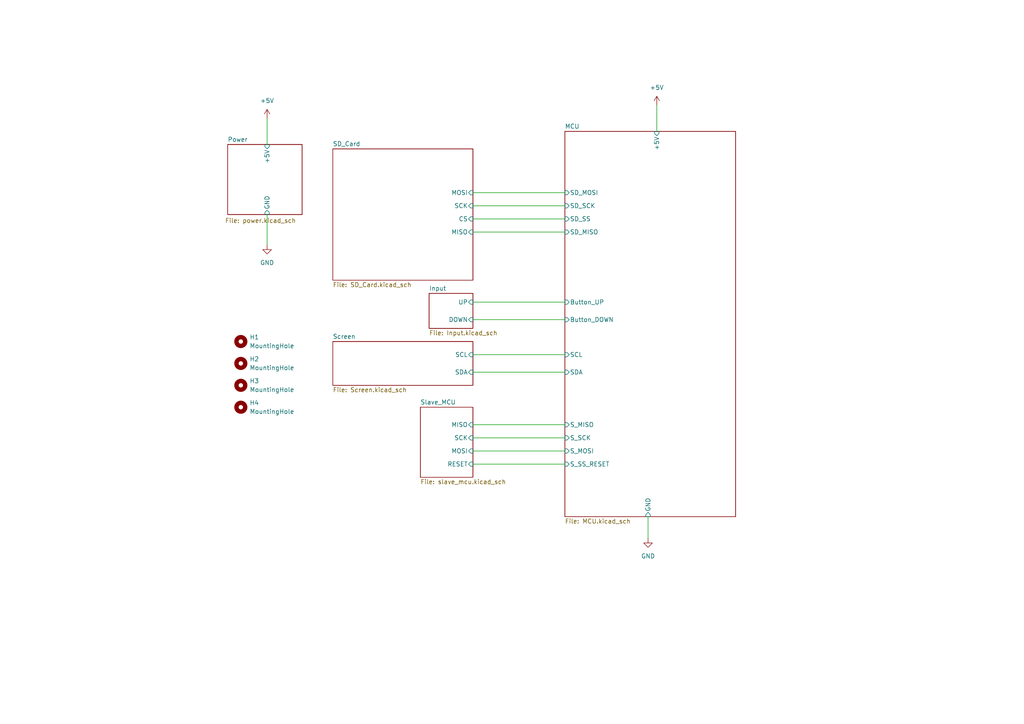
<source format=kicad_sch>
(kicad_sch (version 20231120) (generator "eeschema") (generator_version "8.0")
  (paper "A4")
  (title_block (title "AVR_Standalone_Programmer") (date "2024-10-29") (rev "0.1"))
  (lib_symbols
    (symbol "Mechanical:MountingHole" (pin_names (offset 1.016))
      (property "Reference" "H" (at 0 5.08 0))
      (property "Value" "MountingHole" (at 0 3.175 0))
      (symbol "MountingHole_0_1"
        (circle (center 0 0) (radius 1.27) (stroke (width 1.27)))
      )
    )
    (symbol "power:+5V" (power) (pin_names (offset 0))
      (property "Value" "+5V" (at 0 3.556 0))
      (symbol "+5V_0_1"
        (polyline (pts (xy -0.762 1.27) (xy 0 2.54)))
        (polyline (pts (xy 0 0) (xy 0 2.54)))
        (polyline (pts (xy 0 2.54) (xy 0.762 1.27)))
      )
      (symbol "+5V_1_1"
        (pin power_in line (at 0 0 90) (length 0) hide (name "+5V") (number "1"))
      )
    )
    (symbol "power:GND" (power) (pin_names (offset 0))
      (property "Value" "GND" (at 0 -3.81 0))
      (symbol "GND_0_1"
        (polyline (pts (xy 0 0) (xy 0 -1.27) (xy 1.27 -1.27) (xy 0 -2.54) (xy -1.27 -1.27) (xy 0 -1.27)))
      )
      (symbol "GND_1_1"
        (pin power_in line (at 0 0 270) (length 0) hide (name "GND") (number "1"))
      )
    )
  )
  (wire (pts (xy 137.16 107.95) (xy 163.83 107.95)))
  (wire (pts (xy 137.16 55.88) (xy 163.83 55.88)))
  (wire (pts (xy 137.16 87.63) (xy 163.83 87.63)))
  (wire (pts (xy 137.16 134.62) (xy 163.83 134.62)))
  (wire (pts (xy 137.16 67.31) (xy 163.83 67.31)))
  (wire (pts (xy 137.16 130.81) (xy 163.83 130.81)))
  (wire (pts (xy 137.16 102.87) (xy 163.83 102.87)))
  (wire (pts (xy 137.16 59.69) (xy 163.83 59.69)))
  (wire (pts (xy 77.47 62.23) (xy 77.47 71.12)))
  (wire (pts (xy 137.16 92.71) (xy 163.83 92.71)))
  (wire (pts (xy 137.16 127) (xy 163.83 127)))
  (wire (pts (xy 77.47 34.29) (xy 77.47 41.91)))
  (wire (pts (xy 137.16 123.19) (xy 163.83 123.19)))
  (wire (pts (xy 137.16 63.5) (xy 163.83 63.5)))
  (wire (pts (xy 187.96 149.86) (xy 187.96 156.21)))
  (wire (pts (xy 190.5 30.48) (xy 190.5 38.1)))
  (symbol (lib_id "power:GND") (at 77.47 71.12 0) (unit 1)
    (property "Reference" "#PWR07" (effects (hide yes)))
    (property "Value" "GND" (at 77.47 76.2 0))
    (property "Description" "Power symbol creates a global label with name \"GND\" , ground" (effects (hide yes)))
  )
  (symbol (lib_id "power:GND") (at 187.96 156.21 0) (unit 1)
    (property "Reference" "#PWR034" (effects (hide yes)))
    (property "Value" "GND" (at 187.96 161.29 0))
    (property "Description" "Power symbol creates a global label with name \"GND\" , ground" (effects (hide yes)))
  )
  (symbol (lib_id "Mechanical:MountingHole") (at 69.85 105.41 0) (unit 1)
    (property "Reference" "H2" (at 72.39 104.1399 0) (effects (justify left)))
    (property "Value" "MountingHole" (at 72.39 106.6799 0) (effects (justify left)))
    (property "Footprint" "MountingHole:MountingHole_2.2mm_M2" (effects (hide yes)))
    (property "Description" "Mounting Hole without connection" (effects (hide yes)))
  )
  (symbol (lib_id "Mechanical:MountingHole") (at 69.85 111.76 0) (unit 1)
    (property "Reference" "H3" (at 72.39 110.4899 0) (effects (justify left)))
    (property "Value" "MountingHole" (at 72.39 113.0299 0) (effects (justify left)))
    (property "Footprint" "MountingHole:MountingHole_2.2mm_M2" (effects (hide yes)))
    (property "Description" "Mounting Hole without connection" (effects (hide yes)))
  )
  (symbol (lib_id "Mechanical:MountingHole") (at 69.85 118.11 0) (unit 1)
    (property "Reference" "H4" (at 72.39 116.8399 0) (effects (justify left)))
    (property "Value" "MountingHole" (at 72.39 119.3799 0) (effects (justify left)))
    (property "Footprint" "MountingHole:MountingHole_2.2mm_M2" (effects (hide yes)))
    (property "Description" "Mounting Hole without connection" (effects (hide yes)))
  )
  (symbol (lib_id "Mechanical:MountingHole") (at 69.85 99.06 0) (unit 1)
    (property "Reference" "H1" (at 72.39 97.7899 0) (effects (justify left)))
    (property "Value" "MountingHole" (at 72.39 100.3299 0) (effects (justify left)))
    (property "Footprint" "MountingHole:MountingHole_2.2mm_M2" (effects (hide yes)))
    (property "Description" "Mounting Hole without connection" (effects (hide yes)))
  )
  (symbol (lib_id "power:+5V") (at 77.47 34.29 0) (unit 1)
    (property "Reference" "#PWR032" (effects (hide yes)))
    (property "Value" "+5V" (at 77.47 29.21 0))
    (property "Description" "Power symbol creates a global label with name \"+5V\"" (effects (hide yes)))
  )
  (symbol (lib_id "power:+5V") (at 190.5 30.48 0) (unit 1)
    (property "Reference" "#PWR035" (effects (hide yes)))
    (property "Value" "+5V" (at 190.5 25.4 0))
    (property "Description" "Power symbol creates a global label with name \"+5V\"" (effects (hide yes)))
  )
  (sheet (at 66.04 41.91) (size 21.59 20.32) (stroke (width 0.1524))
    (property "Sheetname" "Power" (at 66.04 41.1984 0) (effects (justify left bottom)))
    (property "Sheetfile" "power.kicad_sch" (at 65.278 63.246 0) (effects (justify left top)))
    (pin "+5V" input (at 77.47 41.91 90))
    (pin "GND" input (at 77.47 62.23 270))
  )
  (sheet (at 96.52 43.18) (size 40.64 38.1) (stroke (width 0.1524))
    (property "Sheetname" "SD_Card" (at 96.52 42.4684 0) (effects (justify left bottom)))
    (property "Sheetfile" "SD_Card.kicad_sch" (at 96.52 81.8646 0) (effects (justify left top)))
    (pin "MOSI" input (at 137.16 55.88 0))
    (pin "SCK" input (at 137.16 59.69 0))
    (pin "CS" input (at 137.16 63.5 0))
    (pin "MISO" input (at 137.16 67.31 0))
  )
  (sheet (at 96.52 99.06) (size 40.64 12.7) (stroke (width 0.1524))
    (property "Sheetname" "Screen" (at 96.52 98.3484 0) (effects (justify left bottom)))
    (property "Sheetfile" "Screen.kicad_sch" (at 96.52 112.3446 0) (effects (justify left top)))
    (pin "SCL" input (at 137.16 102.87 0))
    (pin "SDA" input (at 137.16 107.95 0))
  )
  (sheet (at 121.92 118.11) (size 15.24 20.32) (stroke (width 0.1524))
    (property "Sheetname" "Slave_MCU" (at 121.92 117.3984 0) (effects (justify left bottom)))
    (property "Sheetfile" "slave_mcu.kicad_sch" (at 121.92 139.0146 0) (effects (justify left top)))
    (pin "MISO" input (at 137.16 123.19 0))
    (pin "SCK" input (at 137.16 127 0))
    (pin "MOSI" input (at 137.16 130.81 0))
    (pin "RESET" input (at 137.16 134.62 0))
  )
  (sheet (at 163.83 38.1) (size 49.53 111.76) (stroke (width 0.1524))
    (property "Sheetname" "MCU" (at 163.83 37.3884 0) (effects (justify left bottom)))
    (property "Sheetfile" "MCU.kicad_sch" (at 163.83 150.4446 0) (effects (justify left top)))
    (pin "Button_DOWN" input (at 163.83 92.71 180))
    (pin "S_SS_RESET" input (at 163.83 134.62 180))
    (pin "S_MISO" input (at 163.83 123.19 180))
    (pin "S_MOSI" input (at 163.83 130.81 180))
    (pin "Button_UP" input (at 163.83 87.63 180))
    (pin "SCL" input (at 163.83 102.87 180))
    (pin "S_SCK" input (at 163.83 127 180))
    (pin "SD_MISO" input (at 163.83 67.31 180))
    (pin "SD_SS" input (at 163.83 63.5 180))
    (pin "SD_MOSI" input (at 163.83 55.88 180))
    (pin "SD_SCK" input (at 163.83 59.69 180))
    (pin "SDA" input (at 163.83 107.95 180))
    (pin "+5V" input (at 190.5 38.1 90))
    (pin "GND" input (at 187.96 149.86 270))
  )
  (sheet (at 124.46 85.09) (size 12.7 10.16) (stroke (width 0.1524))
    (property "Sheetname" "Input" (at 124.46 84.3784 0) (effects (justify left bottom)))
    (property "Sheetfile" "Input.kicad_sch" (at 124.46 95.8346 0) (effects (justify left top)))
    (pin "UP" input (at 137.16 87.63 0))
    (pin "DOWN" input (at 137.16 92.71 0))
  )
)
</source>
